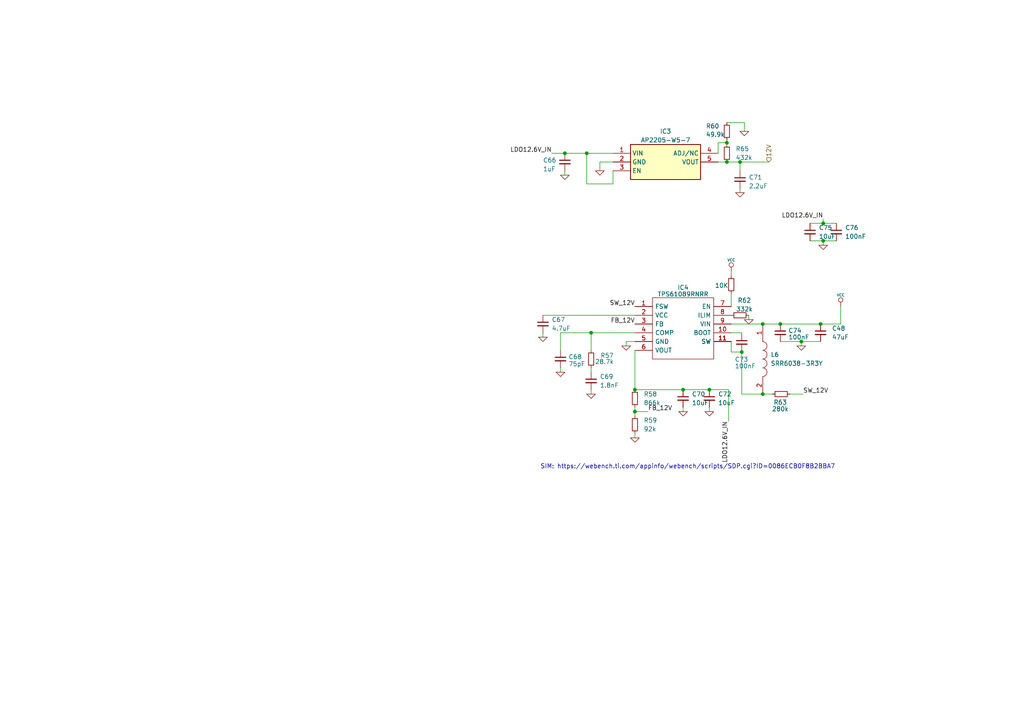
<source format=kicad_sch>
(kicad_sch (version 20250114) (generator "eeschema") (generator_version "9.0")
  (paper "A4")
  (lib_symbols
    (symbol "Device:C_Small" (pin_numbers (hide yes)) (pin_names (offset 0.254) (hide yes))
      (property "Reference" "C" (at 0.254 1.778 0))
      (property "Value" "C_Small" (at 0.254 -2.032 0))
      (symbol "C_Small_0_1"
        (polyline (pts (xy -1.524 0.508) (xy 1.524 0.508)) (stroke (width 0.3048)))
        (polyline (pts (xy -1.524 -0.508) (xy 1.524 -0.508)) (stroke (width 0.3302)))
      )
      (symbol "C_Small_1_1"
        (pin passive line (at 0 2.54 270) (length 2.032) (name "~") (number "1"))
        (pin passive line (at 0 -2.54 90) (length 2.032) (name "~") (number "2"))
      )
    )
    (symbol "Device:R_Small" (pin_numbers (hide yes)) (pin_names (offset 0.254) (hide yes))
      (property "Reference" "R" (at 0.762 0.508 0))
      (property "Value" "R_Small" (at 0.762 -1.016 0))
      (symbol "R_Small_0_1"
        (rectangle (start -0.762 1.778) (end 0.762 -1.778) (stroke (width 0.2032)))
      )
      (symbol "R_Small_1_1"
        (pin passive line (at 0 2.54 270) (length 0.762) (name "~") (number "1"))
        (pin passive line (at 0 -2.54 90) (length 0.762) (name "~") (number "2"))
      )
    )
    (symbol "GND-RESCUE-BLDC_4_23" (power) (pin_names (offset 0))
      (symbol "GND-RESCUE-BLDC_4_23_0_1"
        (polyline (pts (xy -1.27 0) (xy 0 -1.27) (xy 1.27 0) (xy -1.27 0)))
      )
      (symbol "GND-RESCUE-BLDC_4_23_1_1"
        (pin power_in line (at 0 0 90) (length 0) (hide yes) (name "GND") (number "1"))
      )
    )
    (symbol "VCC_13" (power) (pin_names (offset 0))
      (property "Value" "VCC" (at 0 3.81 0))
      (symbol "VCC_13_0_1"
        (circle (center 0 1.905) (radius 0.635))
        (polyline (pts (xy 0 0) (xy 0 1.27)))
      )
      (symbol "VCC_13_1_1"
        (pin power_in line (at 0 0 90) (length 0) (hide yes) (name "VCC") (number "1"))
      )
    )
    (symbol "iclr:AP2205-W5-7"
      (property "Reference" "IC" (at 26.67 7.62 0))
      (property "Value" "AP2205-W5-7" (at 26.67 5.08 0))
      (symbol "AP2205-W5-7_1_1"
        (rectangle (start 5.08 2.54) (end 25.4 -7.62) (stroke (width 0.254)) (fill (type background)))
        (pin passive line (at 0 0 0) (length 5.08) (name "VIN") (number "1"))
        (pin passive line (at 0 -2.54 0) (length 5.08) (name "GND") (number "2"))
        (pin passive line (at 0 -5.08 0) (length 5.08) (name "EN") (number "3"))
        (pin passive line (at 30.48 0 180) (length 5.08) (name "ADJ/NC") (number "4"))
        (pin passive line (at 30.48 -2.54 180) (length 5.08) (name "VOUT") (number "5"))
      )
    )
    (symbol "iclr:SRR6038-5R0Y" (pin_names (offset 0.762))
      (property "Reference" "L" (at 16.51 6.35 0))
      (property "Value" "SRR6038-5R0Y" (at 16.51 3.81 0))
      (symbol "SRR6038-5R0Y_0_0"
        (pin passive line (at 0 0 0) (length 5.08) (name "~") (number "1"))
        (pin passive line (at 20.32 0 180) (length 5.08) (name "~") (number "2"))
      )
      (symbol "SRR6038-5R0Y_0_1"
        (arc (start 5.08 0) (mid 6.35 1.2202) (end 7.62 0) (stroke (width 0.1524)))
        (arc (start 7.62 0) (mid 8.89 1.2202) (end 10.16 0) (stroke (width 0.1524)))
        (arc (start 10.16 0) (mid 11.43 1.2202) (end 12.7 0) (stroke (width 0.1524)))
        (arc (start 12.7 0) (mid 13.97 1.2202) (end 15.24 0) (stroke (width 0.1524)))
      )
    )
    (symbol "iclr:TPS61089RNRR" (pin_names (offset 0.762))
      (property "Reference" "IC" (at 24.13 7.62 0))
      (property "Value" "TPS61089RNRR" (at 24.13 5.08 0))
      (symbol "TPS61089RNRR_0_0"
        (pin passive line (at 0 0 0) (length 5.08) (name "FSW") (number "1"))
        (pin passive line (at 0 -2.54 0) (length 5.08) (name "VCC") (number "2"))
        (pin passive line (at 0 -5.08 0) (length 5.08) (name "FB") (number "3"))
        (pin passive line (at 0 -7.62 0) (length 5.08) (name "COMP") (number "4"))
        (pin passive line (at 0 -10.16 0) (length 5.08) (name "GND") (number "5"))
        (pin passive line (at 0 -12.7 0) (length 5.08) (name "VOUT") (number "6"))
        (pin passive line (at 27.94 0 180) (length 5.08) (name "EN") (number "7"))
        (pin passive line (at 27.94 -2.54 180) (length 5.08) (name "ILIM") (number "8"))
        (pin passive line (at 27.94 -5.08 180) (length 5.08) (name "VIN") (number "9"))
        (pin passive line (at 27.94 -7.62 180) (length 5.08) (name "BOOT") (number "10"))
        (pin passive line (at 27.94 -10.16 180) (length 5.08) (name "SW") (number "11"))
        (pin passive line (at 27.94 -10.16 180) (length 5.08) (name "SW") (number "11"))
      )
      (symbol "TPS61089RNRR_0_1"
        (polyline (pts (xy 5.08 2.54) (xy 22.86 2.54) (xy 22.86 -15.24) (xy 5.08 -15.24) (xy 5.08 2.54)) (stroke (width 0.1524)))
      )
    )
  )
  (text "SIM: https://webench.ti.com/appinfo/webench/scripts/SDP.cgi?ID=0086ECB0F8B2BBA7" (at 156.718 136.144 0) (effects (font (size 1.27 1.27)) (justify left bottom)))
  (junction (at 205.74 113.03))
  (junction (at 184.15 119.38))
  (junction (at 226.314 93.98))
  (junction (at 163.83 44.45))
  (junction (at 221.234 93.98))
  (junction (at 210.82 46.99))
  (junction (at 171.45 96.52))
  (junction (at 237.998 93.98))
  (junction (at 184.15 113.03))
  (junction (at 170.18 44.45))
  (junction (at 221.234 114.3))
  (junction (at 238.76 64.77))
  (junction (at 232.41 99.06))
  (junction (at 198.12 113.03))
  (junction (at 214.63 46.99))
  (junction (at 238.76 69.85))
  (junction (at 210.82 41.402))
  (junction (at 215.138 102.108))
  (wire (pts (xy 198.12 113.03) (xy 205.74 113.03)))
  (wire (pts (xy 212.09 85.09) (xy 212.09 88.9)))
  (wire (pts (xy 229.108 114.3) (xy 232.918 114.3)))
  (wire (pts (xy 238.76 63.5) (xy 238.76 64.77)))
  (wire (pts (xy 198.12 118.11) (xy 198.12 119.38)))
  (wire (pts (xy 226.314 99.06) (xy 232.41 99.06)))
  (wire (pts (xy 173.99 49.53) (xy 173.99 46.99)))
  (wire (pts (xy 184.15 119.38) (xy 187.96 119.38)))
  (wire (pts (xy 210.82 35.56) (xy 215.9 35.56)))
  (wire (pts (xy 184.15 119.38) (xy 184.15 120.65)))
  (wire (pts (xy 160.02 44.45) (xy 163.83 44.45)))
  (wire (pts (xy 212.09 96.52) (xy 215.138 96.52)))
  (wire (pts (xy 208.28 46.99) (xy 210.82 46.99)))
  (wire (pts (xy 215.138 96.52) (xy 215.138 96.774)))
  (wire (pts (xy 170.18 53.34) (xy 177.8 53.34)))
  (wire (pts (xy 238.76 64.77) (xy 242.57 64.77)))
  (wire (pts (xy 232.41 99.06) (xy 237.998 99.06)))
  (wire (pts (xy 162.56 96.52) (xy 162.56 101.6)))
  (wire (pts (xy 205.74 113.03) (xy 211.328 113.03)))
  (wire (pts (xy 214.63 54.61) (xy 214.63 55.88)))
  (wire (pts (xy 184.15 127) (xy 184.15 125.73)))
  (wire (pts (xy 208.28 41.402) (xy 210.82 41.402)))
  (wire (pts (xy 177.8 53.34) (xy 177.8 49.53)))
  (wire (pts (xy 210.82 41.91) (xy 210.82 41.402)))
  (wire (pts (xy 184.15 101.6) (xy 184.15 113.03)))
  (wire (pts (xy 173.99 46.99) (xy 177.8 46.99)))
  (wire (pts (xy 171.45 96.52) (xy 184.15 96.52)))
  (wire (pts (xy 211.328 113.03) (xy 211.328 122.174)))
  (wire (pts (xy 170.18 44.45) (xy 177.8 44.45)))
  (wire (pts (xy 170.18 44.45) (xy 170.18 53.34)))
  (wire (pts (xy 163.83 49.53) (xy 163.83 50.8)))
  (wire (pts (xy 171.45 113.03) (xy 171.45 114.3)))
  (wire (pts (xy 171.45 96.52) (xy 171.45 101.6)))
  (wire (pts (xy 212.09 99.06) (xy 212.09 102.108)))
  (wire (pts (xy 157.48 91.44) (xy 184.15 91.44)))
  (wire (pts (xy 205.74 118.11) (xy 205.74 119.38)))
  (wire (pts (xy 234.95 64.77) (xy 238.76 64.77)))
  (wire (pts (xy 171.45 107.95) (xy 171.45 106.68)))
  (wire (pts (xy 212.09 102.108) (xy 215.138 102.108)))
  (wire (pts (xy 208.28 41.402) (xy 208.28 44.45)))
  (wire (pts (xy 243.84 88.9) (xy 243.84 93.98)))
  (wire (pts (xy 217.17 91.44) (xy 217.17 92.71)))
  (wire (pts (xy 215.138 101.854) (xy 215.138 102.108)))
  (wire (pts (xy 210.82 46.99) (xy 214.63 46.99)))
  (wire (pts (xy 163.83 44.45) (xy 170.18 44.45)))
  (wire (pts (xy 238.76 69.85) (xy 238.76 71.12)))
  (wire (pts (xy 212.09 93.98) (xy 221.234 93.98)))
  (wire (pts (xy 234.95 69.85) (xy 238.76 69.85)))
  (wire (pts (xy 221.234 93.98) (xy 226.314 93.98)))
  (wire (pts (xy 157.48 96.52) (xy 157.48 97.79)))
  (wire (pts (xy 237.998 93.98) (xy 243.84 93.98)))
  (wire (pts (xy 184.15 113.03) (xy 198.12 113.03)))
  (wire (pts (xy 232.41 99.06) (xy 232.41 100.33)))
  (wire (pts (xy 214.63 49.53) (xy 214.63 46.99)))
  (wire (pts (xy 184.15 118.11) (xy 184.15 119.38)))
  (wire (pts (xy 162.56 96.52) (xy 171.45 96.52)))
  (wire (pts (xy 162.56 106.68) (xy 162.56 107.95)))
  (wire (pts (xy 221.234 114.3) (xy 224.028 114.3)))
  (wire (pts (xy 226.314 93.98) (xy 237.998 93.98)))
  (wire (pts (xy 223.012 46.99) (xy 214.63 46.99)))
  (wire (pts (xy 221.234 114.3) (xy 215.138 114.3)))
  (wire (pts (xy 215.9 35.56) (xy 215.9 38.1)))
  (wire (pts (xy 215.138 114.3) (xy 215.138 102.108)))
  (wire (pts (xy 212.09 78.74) (xy 212.09 80.01)))
  (wire (pts (xy 238.76 69.85) (xy 242.57 69.85)))
  (wire (pts (xy 181.61 99.06) (xy 184.15 99.06)))
  (wire (pts (xy 210.82 40.64) (xy 210.82 41.402)))
  (wire (pts (xy 181.61 99.06) (xy 181.61 100.33)))
  (label "FB_12V" (at 184.15 93.98 180))
  (label "LDO12.6V_IN" (at 238.76 63.5 180))
  (label "LDO12.6V_IN" (at 160.02 44.45 180))
  (label "SW_12V" (at 232.918 114.3 0))
  (label "LDO12.6V_IN" (at 211.328 122.174 270))
  (label "SW_12V" (at 184.15 88.9 180))
  (label "FB_12V" (at 187.96 119.38 0))
  (hierarchical_label "12V" (shape input) (at 223.012 46.99 90))
  (symbol (lib_name "GND-RESCUE-BLDC_4_23") (lib_id "BLDC_4-rescue:GND-RESCUE-BLDC_4") (at 162.56 107.95 0) (unit 1)
    (property "Reference" "#PWR092" (effects (hide yes)))
    (property "Value" "GND" (effects (hide yes)))
  )
  (symbol (lib_id "Device:R_Small") (at 212.09 82.55 180) (unit 1)
    (property "Reference" "R61" (effects (hide yes)))
    (property "Value" "10K" (at 209.296 82.804 0))
    (property "Footprint" "Resistor_SMD:R_0402_1005Metric" (effects (hide yes)))
  )
  (symbol (lib_name "GND-RESCUE-BLDC_4_23") (lib_id "BLDC_4-rescue:GND-RESCUE-BLDC_4") (at 163.83 50.8 0) (unit 1)
    (property "Reference" "#PWR090" (effects (hide yes)))
    (property "Value" "GND" (effects (hide yes)))
  )
  (symbol (lib_name "GND-RESCUE-BLDC_4_23") (lib_id "BLDC_4-rescue:GND-RESCUE-BLDC_4") (at 238.76 71.12 0) (unit 1)
    (property "Reference" "#PWR079" (effects (hide yes)))
    (property "Value" "GND" (effects (hide yes)))
  )
  (symbol (lib_id "Device:C_Small") (at 171.45 110.49 0) (unit 1)
    (property "Reference" "C69" (at 173.99 109.2262 0) (effects (justify left)))
    (property "Value" "1.8nF" (at 173.99 111.7662 0) (effects (justify left)))
    (property "Footprint" "Capacitor_SMD:C_0402_1005Metric" (effects (hide yes)))
  )
  (symbol (lib_id "Device:R_Small") (at 184.15 115.57 180) (unit 1)
    (property "Reference" "R58" (at 186.69 114.2999 0) (effects (justify right)))
    (property "Value" "866k" (at 186.69 116.8399 0) (effects (justify right)))
    (property "Footprint" "Resistor_SMD:R_0402_1005Metric" (effects (hide yes)))
  )
  (symbol (lib_name "GND-RESCUE-BLDC_4_23") (lib_id "BLDC_4-rescue:GND-RESCUE-BLDC_4") (at 217.17 92.71 0) (unit 1)
    (property "Reference" "#PWR077" (effects (hide yes)))
    (property "Value" "GND" (effects (hide yes)))
  )
  (symbol (lib_name "GND-RESCUE-BLDC_4_23") (lib_id "BLDC_4-rescue:GND-RESCUE-BLDC_4") (at 214.63 55.88 0) (unit 1)
    (property "Reference" "#PWR074" (effects (hide yes)))
    (property "Value" "GND" (effects (hide yes)))
  )
  (symbol (lib_id "iclr:TPS61089RNRR") (at 184.15 88.9 0) (unit 1)
    (property "Reference" "IC4" (at 198.12 83.4009 0))
    (property "Value" "TPS61089RNRR" (at 198.12 85.3219 0))
    (property "Footprint" "iclr:IC_TPS61089RNRR" (effects (hide yes)))
    (property "Datasheet" "http://www.ti.com/lit/gpn/tps61089" (effects (hide yes)))
    (property "Description" "12.6-V, 7-A Fully-Integrated Synchronous Boost Converters in 2.0-mm x 2.5-mm VQFN Package" (effects (hide yes)))
    (property "Manufacturer_Name" "Texas Instruments" (effects (hide yes)))
    (property "Manufacturer_Part_Number" "TPS61089RNRR" (effects (hide yes)))
    (property "Mouser Part Number" "595-TPS61089RNRR" (effects (hide yes)))
    (property "Mouser Price/Stock" "https://www.mouser.co.uk/ProductDetail/Texas-Instruments/TPS61089RNRR?qs=G55MHhPmvtI%2Ft%2FkJeUeP3Q%3D%3D" (effects (hide yes)))
    (property "Arrow Part Number" "TPS61089RNRR" (effects (hide yes)))
    (property "Arrow Price/Stock" "https://www.arrow.com/en/products/tps61089rnrr/texas-instruments?region=nac" (effects (hide yes)))
    (property "MPN" "TPS61089RNRR" (effects (hide yes)))
  )
  (symbol (lib_name "GND-RESCUE-BLDC_4_23") (lib_id "BLDC_4-rescue:GND-RESCUE-BLDC_4") (at 184.15 127 0) (unit 1)
    (property "Reference" "#PWR078" (effects (hide yes)))
    (property "Value" "GND" (effects (hide yes)))
  )
  (symbol (lib_name "GND-RESCUE-BLDC_4_23") (lib_id "BLDC_4-rescue:GND-RESCUE-BLDC_4") (at 181.61 100.33 0) (unit 1)
    (property "Reference" "#PWR095" (effects (hide yes)))
    (property "Value" "GND" (effects (hide yes)))
  )
  (symbol (lib_name "GND-RESCUE-BLDC_4_23") (lib_id "BLDC_4-rescue:GND-RESCUE-BLDC_4") (at 232.41 100.33 0) (unit 1)
    (property "Reference" "#PWR0110" (effects (hide yes)))
    (property "Value" "GND" (effects (hide yes)))
  )
  (symbol (lib_name "VCC_13") (lib_id "BLDC_4-rescue:VCC") (at 243.84 88.9 0) (unit 1)
    (property "Reference" "#PWR0109" (effects (hide yes)))
    (property "Value" "VCC" (at 243.84 85.598 0) (effects (font (size 0.762 0.762))))
  )
  (symbol (lib_id "Device:C_Small") (at 237.998 96.52 0) (unit 1)
    (property "Reference" "C48" (at 241.3 95.2562 0) (effects (justify left)))
    (property "Value" "47uF" (at 241.3 97.7962 0) (effects (justify left)))
    (property "Footprint" "Capacitor_SMD:C_1206_3216Metric" (effects (hide yes)))
  )
  (symbol (lib_id "Device:C_Small") (at 226.314 96.52 0) (unit 1)
    (property "Reference" "C74" (at 228.6381 95.8826 0) (effects (justify left)))
    (property "Value" "100nF" (at 228.6381 97.8036 0) (effects (justify left)))
    (property "Footprint" "Capacitor_SMD:C_0402_1005Metric" (effects (hide yes)))
  )
  (symbol (lib_name "GND-RESCUE-BLDC_4_23") (lib_id "BLDC_4-rescue:GND-RESCUE-BLDC_4") (at 157.48 97.79 0) (unit 1)
    (property "Reference" "#PWR091" (effects (hide yes)))
    (property "Value" "GND" (effects (hide yes)))
  )
  (symbol (lib_id "Device:R_Small") (at 210.82 44.45 0) (unit 1)
    (property "Reference" "R65" (at 213.36 43.1799 0) (effects (justify left)))
    (property "Value" "432k" (at 213.36 45.7199 0) (effects (justify left)))
    (property "Footprint" "Resistor_SMD:R_0402_1005Metric" (effects (hide yes)))
  )
  (symbol (lib_id "Device:C_Small") (at 242.57 67.31 0) (unit 1)
    (property "Reference" "C76" (at 245.11 66.0462 0) (effects (justify left)))
    (property "Value" "100nF" (at 245.11 68.5862 0) (effects (justify left)))
    (property "Footprint" "Capacitor_SMD:C_0402_1005Metric" (effects (hide yes)))
    (property "MPN" "C1005X5R1E104KT000E" (effects (hide yes)))
  )
  (symbol (lib_id "Device:C_Small") (at 157.48 93.98 0) (unit 1)
    (property "Reference" "C67" (at 160.02 92.7162 0) (effects (justify left)))
    (property "Value" "4.7uF" (at 160.02 95.2562 0) (effects (justify left)))
    (property "Footprint" "Capacitor_SMD:C_0603_1608Metric" (effects (hide yes)))
  )
  (symbol (lib_id "Device:C_Small") (at 162.56 104.14 0) (unit 1)
    (property "Reference" "C68" (at 164.8841 103.5026 0) (effects (justify left)))
    (property "Value" "75pF" (at 164.8587 105.5593 0) (effects (justify left)))
    (property "Footprint" "Capacitor_SMD:C_0402_1005Metric" (effects (hide yes)))
  )
  (symbol (lib_id "Device:C_Small") (at 234.95 67.31 0) (unit 1)
    (property "Reference" "C75" (at 237.49 66.0462 0) (effects (justify left)))
    (property "Value" "10uF" (at 237.49 68.5862 0) (effects (justify left)))
    (property "Footprint" "Capacitor_SMD:C_0603_1608Metric" (effects (hide yes)))
    (property "MPN" " TMK107BBJ106MA-T" (effects (hide yes)))
  )
  (symbol (lib_name "GND-RESCUE-BLDC_4_23") (lib_id "BLDC_4-rescue:GND-RESCUE-BLDC_4") (at 198.12 119.38 0) (unit 1)
    (property "Reference" "#PWR072" (effects (hide yes)))
    (property "Value" "GND" (effects (hide yes)))
  )
  (symbol (lib_id "Device:R_Small") (at 171.45 104.14 0) (mirror y) (unit 1)
    (property "Reference" "R57" (at 178.0286 103.1167 0) (effects (justify left)))
    (property "Value" "28.7k" (at 178.054 104.902 0) (effects (justify left)))
    (property "Footprint" "Resistor_SMD:R_0402_1005Metric" (effects (hide yes)))
  )
  (symbol (lib_id "Device:R_Small") (at 214.63 91.44 270) (unit 1)
    (property "Reference" "R62" (at 215.9 87.122 90))
    (property "Value" "332k" (at 215.9 89.662 90))
    (property "Footprint" "Resistor_SMD:R_0402_1005Metric" (effects (hide yes)))
  )
  (symbol (lib_id "Device:R_Small") (at 226.568 114.3 270) (unit 1)
    (property "Reference" "R63" (at 226.314 116.697 90))
    (property "Value" "280k" (at 226.314 118.618 90))
    (property "Footprint" "Resistor_SMD:R_0402_1005Metric" (effects (hide yes)))
  )
  (symbol (lib_name "GND-RESCUE-BLDC_4_23") (lib_id "BLDC_4-rescue:GND-RESCUE-BLDC_4") (at 205.74 119.38 0) (unit 1)
    (property "Reference" "#PWR075" (effects (hide yes)))
    (property "Value" "GND" (effects (hide yes)))
  )
  (symbol (lib_id "Device:C_Small") (at 163.83 46.99 0) (unit 1)
    (property "Reference" "C66" (at 157.48 46.482 0) (effects (justify left)))
    (property "Value" "1uF" (at 157.48 49.022 0) (effects (justify left)))
    (property "Footprint" "Capacitor_SMD:C_0402_1005Metric" (effects (hide yes)))
    (property "MPN" "CL05X105KA5NQNC" (effects (hide yes)))
  )
  (symbol (lib_id "iclr:AP2205-W5-7") (at 177.8 44.45 0) (unit 1)
    (property "Reference" "IC3" (at 193.04 38.1 0))
    (property "Value" "AP2205-W5-7" (at 193.04 40.64 0))
    (property "Footprint" "iclr:SOT95P282X145-5N" (effects (hide yes)))
    (property "Datasheet" "https://datasheet.datasheetarchive.com/originals/distributors/Datasheets_SAMA/49896ab3db029f5df263d3a8b036e85b.pdf" (effects (hide yes)))
    (property "Height" "1.45" (effects (hide yes)))
    (property "Mouser Part Number" "621-AP2205-W5-7" (effects (hide yes)))
    (property "Mouser Price/Stock" "https://www.mouser.co.uk/ProductDetail/Diodes-Incorporated/AP2205-W5-7?qs=EBDBlbfErPxiadLvD5FZyQ%3D%3D" (effects (hide yes)))
    (property "Manufacturer_Name" "Diodes Inc." (effects (hide yes)))
    (property "Manufacturer_Part_Number" "AP2205-W5-7" (effects (hide yes)))
    (property "MPN" "AP2205-W5-7" (effects (hide yes)))
  )
  (symbol (lib_id "Device:C_Small") (at 214.63 52.07 0) (unit 1)
    (property "Reference" "C71" (at 217.17 51.4413 0) (effects (justify left)))
    (property "Value" "2.2uF" (at 217.17 53.9813 0) (effects (justify left)))
    (property "Footprint" "Capacitor_SMD:C_0402_1005Metric" (effects (hide yes)))
    (property "MPN" "GRM155R61E225ME15D" (effects (hide yes)))
  )
  (symbol (lib_name "GND-RESCUE-BLDC_4_23") (lib_id "BLDC_4-rescue:GND-RESCUE-BLDC_4") (at 215.9 38.1 0) (unit 1)
    (property "Reference" "#PWR073" (effects (hide yes)))
    (property "Value" "GND" (effects (hide yes)))
  )
  (symbol (lib_id "Device:R_Small") (at 184.15 123.19 180) (unit 1)
    (property "Reference" "R59" (at 186.69 121.9199 0) (effects (justify right)))
    (property "Value" "92k" (at 186.69 124.4599 0) (effects (justify right)))
    (property "Footprint" "Resistor_SMD:R_0402_1005Metric" (effects (hide yes)))
  )
  (symbol (lib_name "GND-RESCUE-BLDC_4_23") (lib_id "BLDC_4-rescue:GND-RESCUE-BLDC_4") (at 173.99 49.53 0) (unit 1)
    (property "Reference" "#PWR093" (effects (hide yes)))
    (property "Value" "GND" (effects (hide yes)))
  )
  (symbol (lib_id "Device:C_Small") (at 198.12 115.57 0) (unit 1)
    (property "Reference" "C70" (at 200.66 114.3062 0) (effects (justify left)))
    (property "Value" "10uF" (at 200.66 116.8462 0) (effects (justify left)))
    (property "Footprint" "Capacitor_SMD:C_0805_2012Metric" (effects (hide yes)))
  )
  (symbol (lib_name "GND-RESCUE-BLDC_4_23") (lib_id "BLDC_4-rescue:GND-RESCUE-BLDC_4") (at 171.45 114.3 0) (unit 1)
    (property "Reference" "#PWR094" (effects (hide yes)))
    (property "Value" "GND" (effects (hide yes)))
  )
  (symbol (lib_name "VCC_13") (lib_id "BLDC_4-rescue:VCC") (at 212.09 78.74 0) (unit 1)
    (property "Reference" "#PWR0108" (effects (hide yes)))
    (property "Value" "VCC" (at 212.09 75.438 0) (effects (font (size 0.762 0.762))))
  )
  (symbol (lib_id "Device:R_Small") (at 210.82 38.1 0) (unit 1)
    (property "Reference" "R60" (at 204.724 36.576 0) (effects (justify left)))
    (property "Value" "49.9k" (at 204.724 39.0003 0) (effects (justify left)))
    (property "Footprint" "Resistor_SMD:R_0402_1005Metric" (effects (hide yes)))
  )
  (symbol (lib_id "iclr:SRR6038-5R0Y") (at 221.234 93.98 270) (unit 1)
    (property "Reference" "L6" (at 223.52 102.8699 90) (effects (justify left)))
    (property "Value" "SRR6038-3R3Y" (at 223.52 105.4099 90) (effects (justify left)))
    (property "Footprint" "iclr:IND_SRP6540-390M" (effects (hide yes)))
    (property "Datasheet" "http://www.bourns.com/docs/Product-Datasheets/SRR6038.pdf" (effects (hide yes)))
    (property "Description" "BOURNS - SRR6038-3R3Y - INDUCTOR, SHIELDED, 3.3UH, 2.95A, SMD, FULL REEL" (effects (hide yes)))
    (property "Manufacturer_Name" "Bourns" (effects (hide yes)))
    (property "Manufacturer_Part_Number" "SRR6038-5R0Y" (effects (hide yes)))
    (property "Mouser Part Number" "652-SRR6038-5R0Y" (effects (hide yes)))
    (property "Mouser Price/Stock" "https://www.mouser.co.uk/ProductDetail/Bourns/SRR6038-5R0Y?qs=s%252BX%2FYkvGCpEfKc4OEBpucw%3D%3D" (effects (hide yes)))
    (property "Arrow Part Number" "SRR6038-5R0Y" (effects (hide yes)))
    (property "Arrow Price/Stock" "https://www.arrow.com/en/products/srr6038-5r0y/bourns?region=nac" (effects (hide yes)))
  )
  (symbol (lib_id "Device:C_Small") (at 215.138 99.314 0) (unit 1)
    (property "Reference" "C73" (at 213.106 104.251 0) (effects (justify left)))
    (property "Value" "100nF" (at 213.106 106.172 0) (effects (justify left)))
    (property "Footprint" "Capacitor_SMD:C_0402_1005Metric" (effects (hide yes)))
  )
  (symbol (lib_id "Device:C_Small") (at 205.74 115.57 0) (unit 1)
    (property "Reference" "C72" (at 208.28 114.3062 0) (effects (justify left)))
    (property "Value" "10uF" (at 208.28 116.8462 0) (effects (justify left)))
    (property "Footprint" "Capacitor_SMD:C_0805_2012Metric" (effects (hide yes)))
  )
)
</source>
